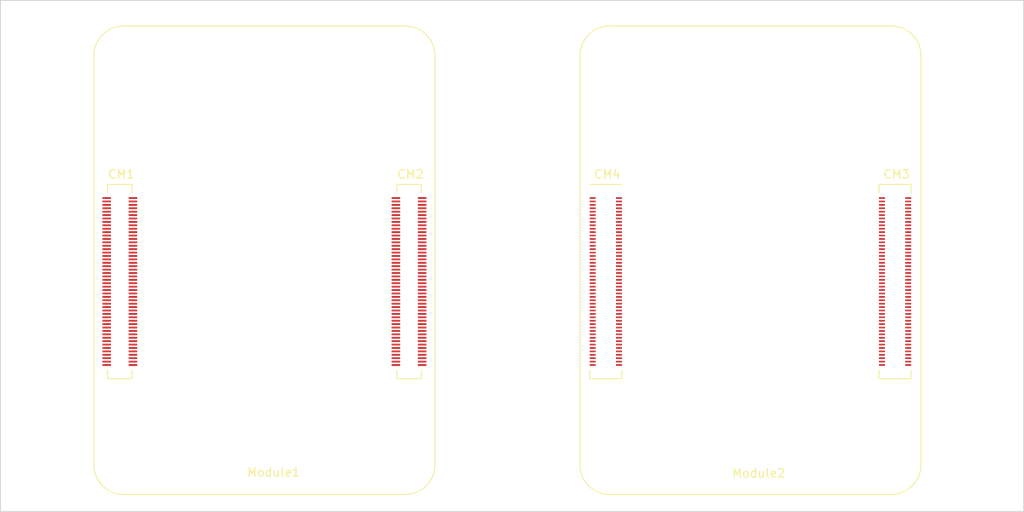
<source format=kicad_pcb>
(kicad_pcb (version 20210424) (generator pcbnew)
  (layers (0 "F.Cu" signal) (31 "B.Cu" signal) (34 "B.Paste" user) (35 "F.Paste" user) (36 "B.SilkS" user "B.Silkscreen") (37 "F.SilkS" user "F.Silkscreen") (38 "B.Mask" user) (39 "F.Mask" user) (44 "Edge.Cuts" user))
  (net 0 "")
  (footprint "AP3000:Hirose-DF40C-100DS-0.4V" (layer "F.Cu") (at 117.92 103)
    (fp_text reference "CM2" (at 0.17 -12.59) (layer "F.SilkS"))
    (fp_text value "RaspberryPiCM4Hirose")
  )
  (footprint "AP3000:Hirose-DF40C-100DS-0.4V" (layer "F.Cu") (at 84 103)
    (fp_text reference "CM1" (at 0.17 -12.59) (layer "F.SilkS"))
    (fp_text value "RaspberryPiCM4Hirose")
  )
  (footprint "AP3000:Hirose-DF40C-100DS-0.4V" (layer "F.Cu") (at 141 103)
    (fp_text reference "CM4" (at 0.17 -12.59) (layer "F.SilkS"))
    (fp_text value "RaspberryPiCM4Hirose")
  )
  (footprint "AP3000:Raspberry-Pi-4-Compute-Module" (layer "F.Cu") (at 84 103)
    (fp_text reference "Module1" (at 18.04 22.39) (layer "F.SilkS"))
    (fp_text value "ComputeModule4-CM4")
    (fp_line (start -3.04 -26.5) (end -3.04 21.5) (layer "F.SilkS") (width 0.12))
    (fp_line (start 35.35 11.4) (end 35.35 10.4) (layer "F.SilkS") (width 0.12))
    (fp_line (start 1.43 11.4) (end 1.43 10.4) (layer "F.SilkS") (width 0.12))
    (fp_line (start -1.43 11.4) (end -1.43 10.4) (layer "F.SilkS") (width 0.12))
    (fp_line (start 33.46 -30) (end 0.46 -30) (layer "F.SilkS") (width 0.12))
    (fp_line (start 32.49 11.4) (end 35.35 11.4) (layer "F.SilkS") (width 0.12))
    (fp_line (start -1.43 -11.4) (end 1.43 -11.4) (layer "F.SilkS") (width 0.12))
    (fp_line (start -1.43 11.4) (end 1.43 11.4) (layer "F.SilkS") (width 0.12))
    (fp_line (start 0.46 25) (end 33.46 25) (layer "F.SilkS") (width 0.12))
    (fp_line (start 32.49 -11.4) (end 35.35 -11.4) (layer "F.SilkS") (width 0.12))
    (fp_line (start 32.49 11.4) (end 32.49 10.4) (layer "F.SilkS") (width 0.12))
    (fp_line (start -1.43 -10.4) (end -1.43 -11.4) (layer "F.SilkS") (width 0.12))
    (fp_line (start 36.96 21.5) (end 36.96 -26.5) (layer "F.SilkS") (width 0.12))
    (fp_line (start 35.35 -11.4) (end 35.35 -10.4) (layer "F.SilkS") (width 0.12))
    (fp_line (start 32.49 -11.4) (end 32.49 -10.4) (layer "F.SilkS") (width 0.12))
    (fp_line (start 1.43 -10.4) (end 1.43 -11.4) (layer "F.SilkS") (width 0.12))
    (fp_arc (start 0.46 -26.5) (end 0.46 -30) (angle -90) (layer "F.SilkS") (width 0.12))
    (fp_arc (start 33.46 -26.5) (end 36.96 -26.5) (angle -90) (layer "F.SilkS") (width 0.12))
    (fp_arc (start 33.46 21.5) (end 33.46 25) (angle -90) (layer "F.SilkS") (width 0.12))
    (fp_arc (start 0.46 21.5) (end -3.04 21.5) (angle -90) (layer "F.SilkS") (width 0.12))
    (pad "" np_thru_hole circle locked (at 33.46 21.5) (size 2.7 2.7) (drill 2.7) (layers *.Cu *.Mask) (clearance 1.7))
    (pad "" np_thru_hole circle locked (at 33.46 -26.5) (size 2.7 2.7) (drill 2.7) (layers *.Cu *.Mask) (clearance 1.7))
    (pad "" np_thru_hole circle locked (at 0.46 -26.5) (size 2.7 2.7) (drill 2.7) (layers *.Cu *.Mask) (clearance 1.7))
    (pad "" np_thru_hole circle locked (at 0.46 21.5) (size 2.7 2.7) (drill 2.7) (layers *.Cu *.Mask) (clearance 1.7))
    (pad "1" smd rect locked (at -1.54 -9.8 270) (size 0.22 1) (layers "F.Cu" "F.Paste" "F.Mask"))
    (pad "2" smd rect locked (at 1.54 -9.8 270) (size 0.22 1) (layers "F.Cu" "F.Paste" "F.Mask"))
    (pad "3" smd rect locked (at -1.54 -9.4 270) (size 0.22 1) (layers "F.Cu" "F.Paste" "F.Mask"))
    (pad "4" smd rect locked (at 1.54 -9.4 270) (size 0.22 1) (layers "F.Cu" "F.Paste" "F.Mask"))
    (pad "5" smd rect locked (at -1.54 -9 270) (size 0.22 1) (layers "F.Cu" "F.Paste" "F.Mask"))
    (pad "6" smd rect locked (at 1.54 -9 270) (size 0.22 1) (layers "F.Cu" "F.Paste" "F.Mask"))
    (pad "7" smd rect locked (at -1.54 -8.6 270) (size 0.22 1) (layers "F.Cu" "F.Paste" "F.Mask"))
    (pad "8" smd rect locked (at 1.54 -8.6 270) (size 0.22 1) (layers "F.Cu" "F.Paste" "F.Mask"))
    (pad "9" smd rect locked (at -1.54 -8.2 270) (size 0.22 1) (layers "F.Cu" "F.Paste" "F.Mask"))
    (pad "10" smd rect locked (at 1.54 -8.2 270) (size 0.22 1) (layers "F.Cu" "F.Paste" "F.Mask"))
    (pad "11" smd rect locked (at -1.54 -7.8 270) (size 0.22 1) (layers "F.Cu" "F.Paste" "F.Mask"))
    (pad "12" smd rect locked (at 1.54 -7.8 270) (size 0.22 1) (layers "F.Cu" "F.Paste" "F.Mask"))
    (pad "13" smd rect locked (at -1.54 -7.4 270) (size 0.22 1) (layers "F.Cu" "F.Paste" "F.Mask"))
    (pad "14" smd rect locked (at 1.54 -7.4 270) (size 0.22 1) (layers "F.Cu" "F.Paste" "F.Mask"))
    (pad "15" smd rect locked (at -1.54 -7 270) (size 0.22 1) (layers "F.Cu" "F.Paste" "F.Mask"))
    (pad "16" smd rect locked (at 1.54 -7 270) (size 0.22 1) (layers "F.Cu" "F.Paste" "F.Mask"))
    (pad "17" smd rect locked (at -1.54 -6.6 270) (size 0.22 1) (layers "F.Cu" "F.Paste" "F.Mask"))
    (pad "18" smd rect locked (at 1.54 -6.6 270) (size 0.22 1) (layers "F.Cu" "F.Paste" "F.Mask"))
    (pad "19" smd rect locked (at -1.54 -6.2 270) (size 0.22 1) (layers "F.Cu" "F.Paste" "F.Mask"))
    (pad "20" smd rect locked (at 1.54 -6.2 270) (size 0.22 1) (layers "F.Cu" "F.Paste" "F.Mask"))
    (pad "21" smd rect locked (at -1.54 -5.8 270) (size 0.22 1) (layers "F.Cu" "F.Paste" "F.Mask"))
    (pad "22" smd rect locked (at 1.54 -5.8 270) (size 0.22 1) (layers "F.Cu" "F.Paste" "F.Mask"))
    (pad "23" smd rect locked (at -1.54 -5.4 270) (size 0.22 1) (layers "F.Cu" "F.Paste" "F.Mask"))
    (pad "24" smd rect locked (at 1.54 -5.4 270) (size 0.22 1) (layers "F.Cu" "F.Paste" "F.Mask"))
    (pad "25" smd rect locked (at -1.54 -5 270) (size 0.22 1) (layers "F.Cu" "F.Paste" "F.Mask"))
    (pad "26" smd rect locked (at 1.54 -5 270) (size 0.22 1) (layers "F.Cu" "F.Paste" "F.Mask"))
    (pad "27" smd rect locked (at -1.54 -4.6 270) (size 0.22 1) (layers "F.Cu" "F.Paste" "F.Mask"))
    (pad "28" smd rect locked (at 1.54 -4.6 270) (size 0.22 1) (layers "F.Cu" "F.Paste" "F.Mask"))
    (pad "29" smd rect locked (at -1.54 -4.2 270) (size 0.22 1) (layers "F.Cu" "F.Paste" "F.Mask"))
    (pad "30" smd rect locked (at 1.54 -4.2 270) (size 0.22 1) (layers "F.Cu" "F.Paste" "F.Mask"))
    (pad "31" smd rect locked (at -1.54 -3.8 270) (size 0.22 1) (layers "F.Cu" "F.Paste" "F.Mask"))
    (pad "32" smd rect locked (at 1.54 -3.8 270) (size 0.22 1) (layers "F.Cu" "F.Paste" "F.Mask"))
    (pad "33" smd rect locked (at -1.54 -3.4 270) (size 0.22 1) (layers "F.Cu" "F.Paste" "F.Mask"))
    (pad "34" smd rect locked (at 1.54 -3.4 270) (size 0.22 1) (layers "F.Cu" "F.Paste" "F.Mask"))
    (pad "35" smd rect locked (at -1.54 -3 270) (size 0.22 1) (layers "F.Cu" "F.Paste" "F.Mask"))
    (pad "36" smd rect locked (at 1.54 -3 270) (size 0.22 1) (layers "F.Cu" "F.Paste" "F.Mask"))
    (pad "37" smd rect locked (at -1.54 -2.6 270) (size 0.22 1) (layers "F.Cu" "F.Paste" "F.Mask"))
    (pad "38" smd rect locked (at 1.54 -2.6 270) (size 0.22 1) (layers "F.Cu" "F.Paste" "F.Mask"))
    (pad "39" smd rect locked (at -1.54 -2.2 270) (size 0.22 1) (layers "F.Cu" "F.Paste" "F.Mask"))
    (pad "40" smd rect locked (at 1.54 -2.2 270) (size 0.22 1) (layers "F.Cu" "F.Paste" "F.Mask"))
    (pad "41" smd rect locked (at -1.54 -1.8 270) (size 0.22 1) (layers "F.Cu" "F.Paste" "F.Mask"))
    (pad "42" smd rect locked (at 1.54 -1.8 270) (size 0.22 1) (layers "F.Cu" "F.Paste" "F.Mask"))
    (pad "43" smd rect locked (at -1.54 -1.4 270) (size 0.22 1) (layers "F.Cu" "F.Paste" "F.Mask"))
    (pad "44" smd rect locked (at 1.54 -1.4 270) (size 0.22 1) (layers "F.Cu" "F.Paste" "F.Mask"))
    (pad "45" smd rect locked (at -1.54 -1 270) (size 0.22 1) (layers "F.Cu" "F.Paste" "F.Mask"))
    (pad "46" smd rect locked (at 1.54 -1 270) (size 0.22 1) (layers "F.Cu" "F.Paste" "F.Mask"))
    (pad "47" smd rect locked (at -1.54 -0.6 270) (size 0.22 1) (layers "F.Cu" "F.Paste" "F.Mask"))
    (pad "48" smd rect locked (at 1.54 -0.6 270) (size 0.22 1) (layers "F.Cu" "F.Paste" "F.Mask"))
    (pad "49" smd rect locked (at -1.54 -0.2 270) (size 0.22 1) (layers "F.Cu" "F.Paste" "F.Mask"))
    (pad "50" smd rect locked (at 1.54 -0.2 270) (size 0.22 1) (layers "F.Cu" "F.Paste" "F.Mask"))
    (pad "51" smd rect locked (at -1.54 0.2 270) (size 0.22 1) (layers "F.Cu" "F.Paste" "F.Mask"))
    (pad "52" smd rect locked (at 1.54 0.2 270) (size 0.22 1) (layers "F.Cu" "F.Paste" "F.Mask"))
    (pad "53" smd rect locked (at -1.54 0.6 270) (size 0.22 1) (layers "F.Cu" "F.Paste" "F.Mask"))
    (pad "54" smd rect locked (at 1.54 0.6 270) (size 0.22 1) (layers "F.Cu" "F.Paste" "F.Mask"))
    (pad "55" smd rect locked (at -1.54 1 270) (size 0.22 1) (layers "F.Cu" "F.Paste" "F.Mask"))
    (pad "56" smd rect locked (at 1.54 1 270) (size 0.22 1) (layers "F.Cu" "F.Paste" "F.Mask"))
    (pad "57" smd rect locked (at -1.54 1.4 270) (size 0.22 1) (layers "F.Cu" "F.Paste" "F.Mask"))
    (pad "58" smd rect locked (at 1.54 1.4 270) (size 0.22 1) (layers "F.Cu" "F.Paste" "F.Mask"))
    (pad "59" smd rect locked (at -1.54 1.8 270) (size 0.22 1) (layers "F.Cu" "F.Paste" "F.Mask"))
    (pad "60" smd rect locked (at 1.54 1.8 270) (size 0.22 1) (layers "F.Cu" "F.Paste" "F.Mask"))
    (pad "61" smd rect locked (at -1.54 2.2 270) (size 0.22 1) (layers "F.Cu" "F.Paste" "F.Mask"))
    (pad "62" smd rect locked (at 1.54 2.2 270) (size 0.22 1) (layers "F.Cu" "F.Paste" "F.Mask"))
    (pad "63" smd rect locked (at -1.54 2.6 270) (size 0.22 1) (layers "F.Cu" "F.Paste" "F.Mask"))
    (pad "64" smd rect locked (at 1.54 2.6 270) (size 0.22 1) (layers "F.Cu" "F.Paste" "F.Mask"))
    (pad "65" smd rect locked (at -1.54 3 270) (size 0.22 1) (layers "F.Cu" "F.Paste" "F.Mask"))
    (pad "66" smd rect locked (at 1.54 3 270) (size 0.22 1) (layers "F.Cu" "F.Paste" "F.Mask"))
    (pad "67" smd rect locked (at -1.54 3.4 270) (size 0.22 1) (layers "F.Cu" "F.Paste" "F.Mask"))
    (pad "68" smd rect locked (at 1.54 3.4 270) (size 0.22 1) (layers "F.Cu" "F.Paste" "F.Mask"))
    (pad "69" smd rect locked (at -1.54 3.8 270) (size 0.22 1) (layers "F.Cu" "F.Paste" "F.Mask"))
    (pad "70" smd rect locked (at 1.54 3.8 270) (size 0.22 1) (layers "F.Cu" "F.Paste" "F.Mask"))
    (pad "71" smd rect locked (at -1.54 4.2 270) (size 0.22 1) (layers "F.Cu" "F.Paste" "F.Mask"))
    (pad "72" smd rect locked (at 1.54 4.2 270) (size 0.22 1) (layers "F.Cu" "F.Paste" "F.Mask"))
    (pad "73" smd rect locked (at -1.54 4.6 270) (size 0.22 1) (layers "F.Cu" "F.Paste" "F.Mask"))
    (pad "74" smd rect locked (at 1.54 4.6 270) (size 0.22 1) (layers "F.Cu" "F.Paste" "F.Mask"))
    (pad "75" smd rect locked (at -1.54 5 270) (size 0.22 1) (layers "F.Cu" "F.Paste" "F.Mask"))
    (pad "76" smd rect locked (at 1.54 5 270) (size 0.22 1) (layers "F.Cu" "F.Paste" "F.Mask"))
    (pad "77" smd rect locked (at -1.54 5.4 270) (size 0.22 1) (layers "F.Cu" "F.Paste" "F.Mask"))
    (pad "78" smd rect locked (at 1.54 5.4 270) (size 0.22 1) (layers "F.Cu" "F.Paste" "F.Mask"))
    (pad "79" smd rect locked (at -1.54 5.8 270) (size 0.22 1) (layers "F.Cu" "F.Paste" "F.Mask"))
    (pad "80" smd rect locked (at 1.54 5.8 270) (size 0.22 1) (layers "F.Cu" "F.Paste" "F.Mask"))
    (pad "81" smd rect locked (at -1.54 6.2 270) (size 0.22 1) (layers "F.Cu" "F.Paste" "F.Mask"))
    (pad "82" smd rect locked (at 1.54 6.2 270) (size 0.22 1) (layers "F.Cu" "F.Paste" "F.Mask"))
    (pad "83" smd rect locked (at -1.54 6.6 270) (size 0.22 1) (layers "F.Cu" "F.Paste" "F.Mask"))
    (pad "84" smd rect locked (at 1.54 6.6 270) (size 0.22 1) (layers "F.Cu" "F.Paste" "F.Mask"))
    (pad "85" smd rect locked (at -1.54 7 270) (size 0.22 1) (layers "F.Cu" "F.Paste" "F.Mask"))
    (pad "86" smd rect locked (at 1.54 7 270) (size 0.22 1) (layers "F.Cu" "F.Paste" "F.Mask"))
    (pad "87" smd rect locked (at -1.54 7.4 270) (size 0.22 1) (layers "F.Cu" "F.Paste" "F.Mask"))
    (pad "88" smd rect locked (at 1.54 7.4 270) (size 0.22 1) (layers "F.Cu" "F.Paste" "F.Mask"))
    (pad "89" smd rect locked (at -1.54 7.8 270) (size 0.22 1) (layers "F.Cu" "F.Paste" "F.Mask"))
    (pad "90" smd rect locked (at 1.54 7.8 270) (size 0.22 1) (layers "F.Cu" "F.Paste" "F.Mask"))
    (pad "91" smd rect locked (at -1.54 8.2 270) (size 0.22 1) (layers "F.Cu" "F.Paste" "F.Mask"))
    (pad "92" smd rect locked (at 1.54 8.2 270) (size 0.22 1) (layers "F.Cu" "F.Paste" "F.Mask"))
    (pad "93" smd rect locked (at -1.54 8.6 270) (size 0.22 1) (layers "F.Cu" "F.Paste" "F.Mask"))
    (pad "94" smd rect locked (at 1.54 8.6 270) (size 0.22 1) (layers "F.Cu" "F.Paste" "F.Mask"))
    (pad "95" smd rect locked (at -1.54 9 270) (size 0.22 1) (layers "F.Cu" "F.Paste" "F.Mask"))
    (pad "96" smd rect locked (at 1.54 9 270) (size 0.22 1) (layers "F.Cu" "F.Paste" "F.Mask"))
    (pad "97" smd rect locked (at -1.54 9.4 270) (size 0.22 1) (layers "F.Cu" "F.Paste" "F.Mask"))
    (pad "98" smd rect locked (at 1.54 9.4 270) (size 0.22 1) (layers "F.Cu" "F.Paste" "F.Mask"))
    (pad "99" smd rect locked (at -1.54 9.8 270) (size 0.22 1) (layers "F.Cu" "F.Paste" "F.Mask"))
    (pad "100" smd rect locked (at 1.54 9.8 270) (size 0.22 1) (layers "F.Cu" "F.Paste" "F.Mask"))
    (pad "101" smd rect locked (at 32.38 -9.8 270) (size 0.22 1) (layers "F.Cu" "F.Paste" "F.Mask"))
    (pad "102" smd rect locked (at 35.46 -9.8 270) (size 0.22 1) (layers "F.Cu" "F.Paste" "F.Mask"))
    (pad "103" smd rect locked (at 32.38 -9.4 270) (size 0.22 1) (layers "F.Cu" "F.Paste" "F.Mask"))
    (pad "104" smd rect locked (at 35.46 -9.4 270) (size 0.22 1) (layers "F.Cu" "F.Paste" "F.Mask"))
    (pad "105" smd rect locked (at 32.38 -9 270) (size 0.22 1) (layers "F.Cu" "F.Paste" "F.Mask"))
    (pad "106" smd rect locked (at 35.46 -9 270) (size 0.22 1) (layers "F.Cu" "F.Paste" "F.Mask"))
    (pad "107" smd rect locked (at 32.38 -8.6 270) (size 0.22 1) (layers "F.Cu" "F.Paste" "F.Mask"))
    (pad "108" smd rect locked (at 35.46 -8.6 270) (size 0.22 1) (layers "F.Cu" "F.Paste" "F.Mask"))
    (pad "109" smd rect locked (at 32.38 -8.2 270) (size 0.22 1) (layers "F.Cu" "F.Paste" "F.Mask"))
    (pad "110" smd rect locked (at 35.46 -8.2 270) (size 0.22 1) (layers "F.Cu" "F.Paste" "F.Mask"))
    (pad "111" smd rect locked (at 32.38 -7.8 270) (size 0.22 1) (layers "F.Cu" "F.Paste" "F.Mask"))
    (pad "112" smd rect locked (at 35.46 -7.8 270) (size 0.22 1) (layers "F.Cu" "F.Paste" "F.Mask"))
    (pad "113" smd rect locked (at 32.38 -7.4 270) (size 0.22 1) (layers "F.Cu" "F.Paste" "F.Mask"))
    (pad "114" smd rect locked (at 35.46 -7.4 270) (size 0.22 1) (layers "F.Cu" "F.Paste" "F.Mask"))
    (pad "115" smd rect locked (at 32.38 -7 270) (size 0.22 1) (layers "F.Cu" "F.Paste" "F.Mask"))
    (pad "116" smd rect locked (at 35.46 -7 270) (size 0.22 1) (layers "F.Cu" "F.Paste" "F.Mask"))
    (pad "117" smd rect locked (at 32.38 -6.6 270) (size 0.22 1) (layers "F.Cu" "F.Paste" "F.Mask"))
    (pad "118" smd rect locked (at 35.46 -6.6 270) (size 0.22 1) (layers "F.Cu" "F.Paste" "F.Mask"))
    (pad "119" smd rect locked (at 32.38 -6.2 270) (size 0.22 1) (layers "F.Cu" "F.Paste" "F.Mask"))
    (pad "120" smd rect locked (at 35.46 -6.2 270) (size 0.22 1) (layers "F.Cu" "F.Paste" "F.Mask"))
    (pad "121" smd rect locked (at 32.38 -5.8 270) (size 0.22 1) (layers "F.Cu" "F.Paste" "F.Mask"))
    (pad "122" smd rect locked (at 35.46 -5.8 270) (size 0.22 1) (layers "F.Cu" "F.Paste" "F.Mask"))
    (pad "123" smd rect locked (at 32.38 -5.4 270) (size 0.22 1) (layers "F.Cu" "F.Paste" "F.Mask"))
    (pad "124" smd rect locked (at 35.46 -5.4 270) (size 0.22 1) (layers "F.Cu" "F.Paste" "F.Mask"))
    (pad "125" smd rect locked (at 32.38 -5 270) (size 0.22 1) (layers "F.Cu" "F.Paste" "F.Mask"))
    (pad "126" smd rect locked (at 35.46 -5 270) (size 0.22 1) (layers "F.Cu" "F.Paste" "F.Mask"))
    (pad "127" smd rect locked (at 32.38 -4.6 270) (size 0.22 1) (layers "F.Cu" "F.Paste" "F.Mask"))
    (pad "128" smd rect locked (at 35.46 -4.6 270) (size 0.22 1) (layers "F.Cu" "F.Paste" "F.Mask"))
    (pad "129" smd rect locked (at 32.38 -4.2 270) (size 0.22 1) (layers "F.Cu" "F.Paste" "F.Mask"))
    (pad "130" smd rect locked (at 35.46 -4.2 270) (size 0.22 1) (layers "F.Cu" "F.Paste" "F.Mask"))
    (pad "131" smd rect locked (at 32.38 -3.8 270) (size 0.22 1) (layers "F.Cu" "F.Paste" "F.Mask"))
    (pad "132" smd rect locked (at 35.46 -3.8 270) (size 0.22 1) (layers "F.Cu" "F.Paste" "F.Mask"))
    (pad "133" smd rect locked (at 32.38 -3.4 270) (size 0.22 1) (layers "F.Cu" "F.Paste" "F.Mask"))
    (pad "134" smd rect locked (at 35.46 -3.4 270) (size 0.22 1) (layers "F.Cu" "F.Paste" "F.Mask"))
    (pad "135" smd rect locked (at 32.38 -3 270) (size 0.22 1) (layers "F.Cu" "F.Paste" "F.Mask"))
    (pad "136" smd rect locked (at 35.46 -3 270) (size 0.22 1) (layers "F.Cu" "F.Paste" "F.Mask"))
    (pad "137" smd rect locked (at 32.38 -2.6 270) (size 0.22 1) (layers "F.Cu" "F.Paste" "F.Mask"))
    (pad "138" smd rect locked (at 35.46 -2.6 270) (size 0.22 1) (layers "F.Cu" "F.Paste" "F.Mask"))
    (pad "139" smd rect locked (at 32.38 -2.2 270) (size 0.22 1) (layers "F.Cu" "F.Paste" "F.Mask"))
    (pad "140" smd rect locked (at 35.46 -2.2 270) (size 0.22 1) (layers "F.Cu" "F.Paste" "F.Mask"))
    (pad "141" smd rect locked (at 32.38 -1.8 270) (size 0.22 1) (layers "F.Cu" "F.Paste" "F.Mask"))
    (pad "142" smd rect locked (at 35.46 -1.8 270) (size 0.22 1) (layers "F.Cu" "F.Paste" "F.Mask"))
    (pad "143" smd rect locked (at 32.38 -1.4 270) (size 0.22 1) (layers "F.Cu" "F.Paste" "F.Mask"))
    (pad "144" smd rect locked (at 35.46 -1.4 270) (size 0.22 1) (layers "F.Cu" "F.Paste" "F.Mask"))
    (pad "145" smd rect locked (at 32.38 -1 270) (size 0.22 1) (layers "F.Cu" "F.Paste" "F.Mask"))
    (pad "146" smd rect locked (at 35.46 -1 270) (size 0.22 1) (layers "F.Cu" "F.Paste" "F.Mask"))
    (pad "147" smd rect locked (at 32.38 -0.6 270) (size 0.22 1) (layers "F.Cu" "F.Paste" "F.Mask"))
    (pad "148" smd rect locked (at 35.46 -0.6 270) (size 0.22 1) (layers "F.Cu" "F.Paste" "F.Mask"))
    (pad "149" smd rect locked (at 32.38 -0.2 270) (size 0.22 1) (layers "F.Cu" "F.Paste" "F.Mask"))
    (pad "150" smd rect locked (at 35.46 -0.2 270) (size 0.22 1) (layers "F.Cu" "F.Paste" "F.Mask"))
    (pad "151" smd rect locked (at 32.38 0.2 270) (size 0.22 1) (layers "F.Cu" "F.Paste" "F.Mask"))
    (pad "152" smd rect locked (at 35.46 0.2 270) (size 0.22 1) (layers "F.Cu" "F.Paste" "F.Mask"))
    (pad "153" smd rect locked (at 32.38 0.6 270) (size 0.22 1) (layers "F.Cu" "F.Paste" "F.Mask"))
    (pad "154" smd rect locked (at 35.46 0.6 270) (size 0.22 1) (layers "F.Cu" "F.Paste" "F.Mask"))
    (pad "155" smd rect locked (at 32.38 1 270) (size 0.22 1) (layers "F.Cu" "F.Paste" "F.Mask"))
    (pad "156" smd rect locked (at 35.46 1 270) (size 0.22 1) (layers "F.Cu" "F.Paste" "F.Mask"))
    (pad "157" smd rect locked (at 32.38 1.4 270) (size 0.22 1) (layers "F.Cu" "F.Paste" "F.Mask"))
    (pad "158" smd rect locked (at 35.46 1.4 270) (size 0.22 1) (layers "F.Cu" "F.Paste" "F.Mask"))
    (pad "159" smd rect locked (at 32.38 1.8 270) (size 0.22 1) (layers "F.Cu" "F.Paste" "F.Mask"))
    (pad "160" smd rect locked (at 35.46 1.8 270) (size 0.22 1) (layers "F.Cu" "F.Paste" "F.Mask"))
    (pad "161" smd rect locked (at 32.38 2.2 270) (size 0.22 1) (layers "F.Cu" "F.Paste" "F.Mask"))
    (pad "162" smd rect locked (at 35.46 2.2 270) (size 0.22 1) (layers "F.Cu" "F.Paste" "F.Mask"))
    (pad "163" smd rect locked (at 32.38 2.6 270) (size 0.22 1) (layers "F.Cu" "F.Paste" "F.Mask"))
    (pad "164" smd rect locked (at 35.46 2.6 270) (size 0.22 1) (layers "F.Cu" "F.Paste" "F.Mask"))
    (pad "165" smd rect locked (at 32.38 3 270) (size 0.22 1) (layers "F.Cu" "F.Paste" "F.Mask"))
    (pad "166" smd rect locked (at 35.46 3 270) (size 0.22 1) (layers "F.Cu" "F.Paste" "F.Mask"))
    (pad "167" smd rect locked (at 32.38 3.4 270) (size 0.22 1) (layers "F.Cu" "F.Paste" "F.Mask"))
    (pad "168" smd rect locked (at 35.46 3.4 270) (size 0.22 1) (layers "F.Cu" "F.Paste" "F.Mask"))
    (pad "169" smd rect locked (at 32.38 3.8 270) (size 0.22 1) (layers "F.Cu" "F.Paste" "F.Mask"))
    (pad "170" smd rect locked (at 35.46 3.8 270) (size 0.22 1) (layers "F.Cu" "F.Paste" "F.Mask"))
    (pad "171" smd rect locked (at 32.38 4.2 270) (size 0.22 1) (layers "F.Cu" "F.Paste" "F.Mask"))
    (pad "172" smd rect locked (at 35.46 4.2 270) (size 0.22 1) (layers "F.Cu" "F.Paste" "F.Mask"))
    (pad "173" smd rect locked (at 32.38 4.6 270) (size 0.22 1) (layers "F.Cu" "F.Paste" "F.Mask"))
    (pad "174" smd rect locked (at 35.46 4.6 270) (size 0.22 1) (layers "F.Cu" "F.Paste" "F.Mask"))
    (pad "175" smd rect locked (at 32.38 5 270) (size 0.22 1) (layers "F.Cu" "F.Paste" "F.Mask"))
    (pad "176" smd rect locked (at 35.46 5 270) (size 0.22 1) (layers "F.Cu" "F.Paste" "F.Mask"))
    (pad "177" smd rect locked (at 32.38 5.4 270) (size 0.22 1) (layers "F.Cu" "F.Paste" "F.Mask"))
    (pad "178" smd rect locked (at 35.46 5.4 270) (size 0.22 1) (layers "F.Cu" "F.Paste" "F.Mask"))
    (pad "179" smd rect locked (at 32.38 5.8 270) (size 0.22 1) (layers "F.Cu" "F.Paste" "F.Mask"))
    (pad "180" smd rect locked (at 35.46 5.8 270) (size 0.22 1) (layers "F.Cu" "F.Paste" "F.Mask"))
    (pad "181" smd rect locked (at 32.38 6.2 270) (size 0.22 1) (layers "F.Cu" "F.Paste" "F.Mask"))
    (pad "182" smd rect locked (at 35.46 6.2 270) (size 0.22 1) (layers "F.Cu" "F.Paste" "F.Mask"))
    (pad "183" smd rect locked (at 32.38 6.6 270) (size 0.22 1) (layers "F.Cu" "F.Paste" "F.Mask"))
    (pad "184" smd rect locked (at 35.46 6.6 270) (size 0.22 1) (layers "F.Cu" "F.Paste" "F.Mask"))
    (pad "185" smd rect locked (at 32.38 7 270) (size 0.22 1) (layers "F.Cu" "F.Paste" "F.Mask"))
    (pad "186" smd rect locked (at 35.46 7 270) (size 0.22 1) (layers "F.Cu" "F.Paste" "F.Mask"))
    (pad "187" smd rect locked (at 32.38 7.4 270) (size 0.22 1) (layers "F.Cu" "F.Paste" "F.Mask"))
    (pad "188" smd rect locked (at 35.46 7.4 270) (size 0.22 1) (layers "F.Cu" "F.Paste" "F.Mask"))
    (pad "189" smd rect locked (at 32.38 7.8 270) (size 0.22 1) (layers "F.Cu" "F.Paste" "F.Mask"))
    (pad "190" smd rect locked (at 35.46 7.8 270) (size 0.22 1) (layers "F.Cu" "F.Paste" "F.Mask"))
    (pad "191" smd rect locked (at 32.38 8.2 270) (size 0.22 1) (layers "F.Cu" "F.Paste" "F.Mask"))
    (pad "192" smd rect locked (at 35.46 8.2 270) (size 0.22 1) (layers "F.Cu" "F.Paste" "F.Mask"))
    (pad "193" smd rect locked (at 32.38 8.6 270) (size 0.22 1) (layers "F.Cu" "F.Paste" "F.Mask"))
    (pad "194" smd rect locked (at 35.46 8.6 270) (size 0.22 1) (layers "F.Cu" "F.Paste" "F.Mask"))
    (pad "195" smd rect locked (at 32.38 9 270) (size 0.22 1) (layers "F.Cu" "F.Paste" "F.Mask"))
    (pad "196" smd rect locked (at 35.46 9 270) (size 0.22 1) (layers "F.Cu" "F.Paste" "F.Mask"))
    (pad "197" smd rect locked (at 32.38 9.4 270) (size 0.22 1) (layers "F.Cu" "F.Paste" "F.Mask"))
    (pad "198" smd rect locked (at 35.46 9.4 270) (size 0.22 1) (layers "F.Cu" "F.Paste" "F.Mask"))
    (pad "199" smd rect locked (at 32.38 9.8 270) (size 0.22 1) (layers "F.Cu" "F.Paste" "F.Mask"))
    (pad "200" smd rect locked (at 35.46 9.8 270) (size 0.22 1) (layers "F.Cu" "F.Paste" "F.Mask"))
  )
  (footprint "AP3000:Hirose-DF40C-100DS-0.4V" (layer "F.Cu") (at 174.92 103)
    (fp_text reference "CM3" (at 0.17 -12.59) (layer "F.SilkS"))
    (fp_text value "RaspberryPiCM4Hirose")
  )
  (footprint "CM4IO:Raspberry-Pi-4-Compute-Module" (layer "F.Cu") (at 141.46 124.5)
    (fp_text reference "Module2" (at 17.47 1) (layer "F.SilkS"))
    (fp_text value "ComputeModule4-CM4")
    (fp_line (start 35.35 -10.1) (end 35.35 -11.1) (layer "F.SilkS") (width 0.12))
    (fp_line (start 31.57 -10.1) (end 35.35 -10.1) (layer "F.SilkS") (width 0.12))
    (fp_line (start 0 3.5) (end 33 3.5) (layer "F.SilkS") (width 0.12))
    (fp_line (start 35.35 -32.9) (end 35.35 -31.9) (layer "F.SilkS") (width 0.12))
    (fp_line (start 31.57 -32.9) (end 31.57 -31.9) (layer "F.SilkS") (width 0.12))
    (fp_line (start 36.5 0) (end 36.5 -48) (layer "F.SilkS") (width 0.12))
    (fp_line (start 33 -51.5) (end 0 -51.5) (layer "F.SilkS") (width 0.12))
    (fp_line (start -2.35 -32.9) (end 1.43 -32.9) (layer "F.SilkS") (width 0.12))
    (fp_line (start -2.35 -10.1) (end -2.35 -11.1) (layer "F.SilkS") (width 0.12))
    (fp_line (start -2.35 -10.1) (end 1.43 -10.1) (layer "F.SilkS") (width 0.12))
    (fp_line (start 31.57 -32.9) (end 35.35 -32.9) (layer "F.SilkS") (width 0.12))
    (fp_line (start 31.57 -10.1) (end 31.57 -11.1) (layer "F.SilkS") (width 0.12))
    (fp_line (start 1.43 -10.1) (end 1.43 -11.1) (layer "F.SilkS") (width 0.12))
    (fp_line (start -3.5 -48) (end -3.5 0) (layer "F.SilkS") (width 0.12))
    (fp_arc (start 33 -48) (end 36.5 -48) (angle -90) (layer "F.SilkS") (width 0.12))
    (fp_arc (start 33 0) (end 33 3.5) (angle -90) (layer "F.SilkS") (width 0.12))
    (fp_arc (start 0 0) (end -3.5 0) (angle -90) (layer "F.SilkS") (width 0.12))
    (fp_arc (start 0 -48) (end 0 -51.5) (angle -90) (layer "F.SilkS") (width 0.12))
    (pad "" np_thru_hole circle locked (at 33 0) (size 2.7 2.7) (drill 2.7) (layers *.Cu *.Mask) (clearance 1.7))
    (pad "" np_thru_hole circle locked (at 0 0) (size 2.7 2.7) (drill 2.7) (layers *.Cu *.Mask) (clearance 1.7))
    (pad "" np_thru_hole circle locked (at 33 -48) (size 2.7 2.7) (drill 2.7) (layers *.Cu *.Mask) (clearance 1.7))
    (pad "" np_thru_hole circle locked (at 0 -48) (size 2.7 2.7) (drill 2.7) (layers *.Cu *.Mask) (clearance 1.7))
    (pad "1" smd rect locked (at -2 -31.3 270) (size 0.2 0.7) (layers "F.Cu" "F.Paste" "F.Mask"))
    (pad "2" smd rect locked (at 1.08 -31.3 270) (size 0.2 0.7) (layers "F.Cu" "F.Paste" "F.Mask"))
    (pad "3" smd rect locked (at -2 -30.9 270) (size 0.2 0.7) (layers "F.Cu" "F.Paste" "F.Mask"))
    (pad "4" smd rect locked (at 1.08 -30.9 270) (size 0.2 0.7) (layers "F.Cu" "F.Paste" "F.Mask"))
    (pad "5" smd rect locked (at -2 -30.5 270) (size 0.2 0.7) (layers "F.Cu" "F.Paste" "F.Mask"))
    (pad "6" smd rect locked (at 1.08 -30.5 270) (size 0.2 0.7) (layers "F.Cu" "F.Paste" "F.Mask"))
    (pad "7" smd rect locked (at -2 -30.1 270) (size 0.2 0.7) (layers "F.Cu" "F.Paste" "F.Mask"))
    (pad "8" smd rect locked (at 1.08 -30.1 270) (size 0.2 0.7) (layers "F.Cu" "F.Paste" "F.Mask"))
    (pad "9" smd rect locked (at -2 -29.7 270) (size 0.2 0.7) (layers "F.Cu" "F.Paste" "F.Mask"))
    (pad "10" smd rect locked (at 1.08 -29.7 270) (size 0.2 0.7) (layers "F.Cu" "F.Paste" "F.Mask"))
    (pad "11" smd rect locked (at -2 -29.3 270) (size 0.2 0.7) (layers "F.Cu" "F.Paste" "F.Mask"))
    (pad "12" smd rect locked (at 1.08 -29.3 270) (size 0.2 0.7) (layers "F.Cu" "F.Paste" "F.Mask"))
    (pad "13" smd rect locked (at -2 -28.9 270) (size 0.2 0.7) (layers "F.Cu" "F.Paste" "F.Mask"))
    (pad "14" smd rect locked (at 1.08 -28.9 270) (size 0.2 0.7) (layers "F.Cu" "F.Paste" "F.Mask"))
    (pad "15" smd rect locked (at -2 -28.5 270) (size 0.2 0.7) (layers "F.Cu" "F.Paste" "F.Mask"))
    (pad "16" smd rect locked (at 1.08 -28.5 270) (size 0.2 0.7) (layers "F.Cu" "F.Paste" "F.Mask"))
    (pad "17" smd rect locked (at -2 -28.1 270) (size 0.2 0.7) (layers "F.Cu" "F.Paste" "F.Mask"))
    (pad "18" smd rect locked (at 1.08 -28.1 270) (size 0.2 0.7) (layers "F.Cu" "F.Paste" "F.Mask"))
    (pad "19" smd rect locked (at -2 -27.7 270) (size 0.2 0.7) (layers "F.Cu" "F.Paste" "F.Mask"))
    (pad "20" smd rect locked (at 1.08 -27.7 270) (size 0.2 0.7) (layers "F.Cu" "F.Paste" "F.Mask"))
    (pad "21" smd rect locked (at -2 -27.3 270) (size 0.2 0.7) (layers "F.Cu" "F.Paste" "F.Mask"))
    (pad "22" smd rect locked (at 1.08 -27.3 270) (size 0.2 0.7) (layers "F.Cu" "F.Paste" "F.Mask"))
    (pad "23" smd rect locked (at -2 -26.9 270) (size 0.2 0.7) (layers "F.Cu" "F.Paste" "F.Mask"))
    (pad "24" smd rect locked (at 1.08 -26.9 270) (size 0.2 0.7) (layers "F.Cu" "F.Paste" "F.Mask"))
    (pad "25" smd rect locked (at -2 -26.5 270) (size 0.2 0.7) (layers "F.Cu" "F.Paste" "F.Mask"))
    (pad "26" smd rect locked (at 1.08 -26.5 270) (size 0.2 0.7) (layers "F.Cu" "F.Paste" "F.Mask"))
    (pad "27" smd rect locked (at -2 -26.1 270) (size 0.2 0.7) (layers "F.Cu" "F.Paste" "F.Mask"))
    (pad "28" smd rect locked (at 1.08 -26.1 270) (size 0.2 0.7) (layers "F.Cu" "F.Paste" "F.Mask"))
    (pad "29" smd rect locked (at -2 -25.7 270) (size 0.2 0.7) (layers "F.Cu" "F.Paste" "F.Mask"))
    (pad "30" smd rect locked (at 1.08 -25.7 270) (size 0.2 0.7) (layers "F.Cu" "F.Paste" "F.Mask"))
    (pad "31" smd rect locked (at -2 -25.3 270) (size 0.2 0.7) (layers "F.Cu" "F.Paste" "F.Mask"))
    (pad "32" smd rect locked (at 1.08 -25.3 270) (size 0.2 0.7) (layers "F.Cu" "F.Paste" "F.Mask"))
    (pad "33" smd rect locked (at -2 -24.9 270) (size 0.2 0.7) (layers "F.Cu" "F.Paste" "F.Mask"))
    (pad "34" smd rect locked (at 1.08 -24.9 270) (size 0.2 0.7) (layers "F.Cu" "F.Paste" "F.Mask"))
    (pad "35" smd rect locked (at -2 -24.5 270) (size 0.2 0.7) (layers "F.Cu" "F.Paste" "F.Mask"))
    (pad "36" smd rect locked (at 1.08 -24.5 270) (size 0.2 0.7) (layers "F.Cu" "F.Paste" "F.Mask"))
    (pad "37" smd rect locked (at -2 -24.1 270) (size 0.2 0.7) (layers "F.Cu" "F.Paste" "F.Mask"))
    (pad "38" smd rect locked (at 1.08 -24.1 270) (size 0.2 0.7) (layers "F.Cu" "F.Paste" "F.Mask"))
    (pad "39" smd rect locked (at -2 -23.7 270) (size 0.2 0.7) (layers "F.Cu" "F.Paste" "F.Mask"))
    (pad "40" smd rect locked (at 1.08 -23.7 270) (size 0.2 0.7) (layers "F.Cu" "F.Paste" "F.Mask"))
    (pad "41" smd rect locked (at -2 -23.3 270) (size 0.2 0.7) (layers "F.Cu" "F.Paste" "F.Mask"))
    (pad "42" smd rect locked (at 1.08 -23.3 270) (size 0.2 0.7) (layers "F.Cu" "F.Paste" "F.Mask"))
    (pad "43" smd rect locked (at -2 -22.9 270) (size 0.2 0.7) (layers "F.Cu" "F.Paste" "F.Mask"))
    (pad "44" smd rect locked (at 1.08 -22.9 270) (size 0.2 0.7) (layers "F.Cu" "F.Paste" "F.Mask"))
    (pad "45" smd rect locked (at -2 -22.5 270) (size 0.2 0.7) (layers "F.Cu" "F.Paste" "F.Mask"))
    (pad "46" smd rect locked (at 1.08 -22.5 270) (size 0.2 0.7) (layers "F.Cu" "F.Paste" "F.Mask"))
    (pad "47" smd rect locked (at -2 -22.1 270) (size 0.2 0.7) (layers "F.Cu" "F.Paste" "F.Mask"))
    (pad "48" smd rect locked (at 1.08 -22.1 270) (size 0.2 0.7) (layers "F.Cu" "F.Paste" "F.Mask"))
    (pad "49" smd rect locked (at -2 -21.7 270) (size 0.2 0.7) (layers "F.Cu" "F.Paste" "F.Mask"))
    (pad "50" smd rect locked (at 1.08 -21.7 270) (size 0.2 0.7) (layers "F.Cu" "F.Paste" "F.Mask"))
    (pad "51" smd rect locked (at -2 -21.3 270) (size 0.2 0.7) (layers "F.Cu" "F.Paste" "F.Mask"))
    (pad "52" smd rect locked (at 1.08 -21.3 270) (size 0.2 0.7) (layers "F.Cu" "F.Paste" "F.Mask"))
    (pad "53" smd rect locked (at -2 -20.9 270) (size 0.2 0.7) (layers "F.Cu" "F.Paste" "F.Mask"))
    (pad "54" smd rect locked (at 1.08 -20.9 270) (size 0.2 0.7) (layers "F.Cu" "F.Paste" "F.Mask"))
    (pad "55" smd rect locked (at -2 -20.5 270) (size 0.2 0.7) (layers "F.Cu" "F.Paste" "F.Mask"))
    (pad "56" smd rect locked (at 1.08 -20.5 270) (size 0.2 0.7) (layers "F.Cu" "F.Paste" "F.Mask"))
    (pad "57" smd rect locked (at -2 -20.1 270) (size 0.2 0.7) (layers "F.Cu" "F.Paste" "F.Mask"))
    (pad "58" smd rect locked (at 1.08 -20.1 270) (size 0.2 0.7) (layers "F.Cu" "F.Paste" "F.Mask"))
    (pad "59" smd rect locked (at -2 -19.7 270) (size 0.2 0.7) (layers "F.Cu" "F.Paste" "F.Mask"))
    (pad "60" smd rect locked (at 1.08 -19.7 270) (size 0.2 0.7) (layers "F.Cu" "F.Paste" "F.Mask"))
    (pad "61" smd rect locked (at -2 -19.3 270) (size 0.2 0.7) (layers "F.Cu" "F.Paste" "F.Mask"))
    (pad "62" smd rect locked (at 1.08 -19.3 270) (size 0.2 0.7) (layers "F.Cu" "F.Paste" "F.Mask"))
    (pad "63" smd rect locked (at -2 -18.9 270) (size 0.2 0.7) (layers "F.Cu" "F.Paste" "F.Mask"))
    (pad "64" smd rect locked (at 1.08 -18.9 270) (size 0.2 0.7) (layers "F.Cu" "F.Paste" "F.Mask"))
    (pad "65" smd rect locked (at -2 -18.5 270) (size 0.2 0.7) (layers "F.Cu" "F.Paste" "F.Mask"))
    (pad "66" smd rect locked (at 1.08 -18.5 270) (size 0.2 0.7) (layers "F.Cu" "F.Paste" "F.Mask"))
    (pad "67" smd rect locked (at -2 -18.1 270) (size 0.2 0.7) (layers "F.Cu" "F.Paste" "F.Mask"))
    (pad "68" smd rect locked (at 1.08 -18.1 270) (size 0.2 0.7) (layers "F.Cu" "F.Paste" "F.Mask"))
    (pad "69" smd rect locked (at -2 -17.7 270) (size 0.2 0.7) (layers "F.Cu" "F.Paste" "F.Mask"))
    (pad "70" smd rect locked (at 1.08 -17.7 270) (size 0.2 0.7) (layers "F.Cu" "F.Paste" "F.Mask"))
    (pad "71" smd rect locked (at -2 -17.3 270) (size 0.2 0.7) (layers "F.Cu" "F.Paste" "F.Mask"))
    (pad "72" smd rect locked (at 1.08 -17.3 270) (size 0.2 0.7) (layers "F.Cu" "F.Paste" "F.Mask"))
    (pad "73" smd rect locked (at -2 -16.9 270) (size 0.2 0.7) (layers "F.Cu" "F.Paste" "F.Mask"))
    (pad "74" smd rect locked (at 1.08 -16.9 270) (size 0.2 0.7) (layers "F.Cu" "F.Paste" "F.Mask"))
    (pad "75" smd rect locked (at -2 -16.5 270) (size 0.2 0.7) (layers "F.Cu" "F.Paste" "F.Mask"))
    (pad "76" smd rect locked (at 1.08 -16.5 270) (size 0.2 0.7) (layers "F.Cu" "F.Paste" "F.Mask"))
    (pad "77" smd rect locked (at -2 -16.1 270) (size 0.2 0.7) (layers "F.Cu" "F.Paste" "F.Mask"))
    (pad "78" smd rect locked (at 1.08 -16.1 270) (size 0.2 0.7) (layers "F.Cu" "F.Paste" "F.Mask"))
    (pad "79" smd rect locked (at -2 -15.7 270) (size 0.2 0.7) (layers "F.Cu" "F.Paste" "F.Mask"))
    (pad "80" smd rect locked (at 1.08 -15.7 270) (size 0.2 0.7) (layers "F.Cu" "F.Paste" "F.Mask"))
    (pad "81" smd rect locked (at -2 -15.3 270) (size 0.2 0.7) (layers "F.Cu" "F.Paste" "F.Mask"))
    (pad "82" smd rect locked (at 1.08 -15.3 270) (size 0.2 0.7) (layers "F.Cu" "F.Paste" "F.Mask"))
    (pad "83" smd rect locked (at -2 -14.9 270) (size 0.2 0.7) (layers "F.Cu" "F.Paste" "F.Mask"))
    (pad "84" smd rect locked (at 1.08 -14.9 270) (size 0.2 0.7) (layers "F.Cu" "F.Paste" "F.Mask"))
    (pad "85" smd rect locked (at -2 -14.5 270) (size 0.2 0.7) (layers "F.Cu" "F.Paste" "F.Mask"))
    (pad "86" smd rect locked (at 1.08 -14.5 270) (size 0.2 0.7) (layers "F.Cu" "F.Paste" "F.Mask"))
    (pad "87" smd rect locked (at -2 -14.1 270) (size 0.2 0.7) (layers "F.Cu" "F.Paste" "F.Mask"))
    (pad "88" smd rect locked (at 1.08 -14.1 270) (size 0.2 0.7) (layers "F.Cu" "F.Paste" "F.Mask"))
    (pad "89" smd rect locked (at -2 -13.7 270) (size 0.2 0.7) (layers "F.Cu" "F.Paste" "F.Mask"))
    (pad "90" smd rect locked (at 1.08 -13.7 270) (size 0.2 0.7) (layers "F.Cu" "F.Paste" "F.Mask"))
    (pad "91" smd rect locked (at -2 -13.3 270) (size 0.2 0.7) (layers "F.Cu" "F.Paste" "F.Mask"))
    (pad "92" smd rect locked (at 1.08 -13.3 270) (size 0.2 0.7) (layers "F.Cu" "F.Paste" "F.Mask"))
    (pad "93" smd rect locked (at -2 -12.9 270) (size 0.2 0.7) (layers "F.Cu" "F.Paste" "F.Mask"))
    (pad "94" smd rect locked (at 1.08 -12.9 270) (size 0.2 0.7) (layers "F.Cu" "F.Paste" "F.Mask"))
    (pad "95" smd rect locked (at -2 -12.5 270) (size 0.2 0.7) (layers "F.Cu" "F.Paste" "F.Mask"))
    (pad "96" smd rect locked (at 1.08 -12.5 270) (size 0.2 0.7) (layers "F.Cu" "F.Paste" "F.Mask"))
    (pad "97" smd rect locked (at -2 -12.1 270) (size 0.2 0.7) (layers "F.Cu" "F.Paste" "F.Mask"))
    (pad "98" smd rect locked (at 1.08 -12.1 270) (size 0.2 0.7) (layers "F.Cu" "F.Paste" "F.Mask"))
    (pad "99" smd rect locked (at -2 -11.7 270) (size 0.2 0.7) (layers "F.Cu" "F.Paste" "F.Mask"))
    (pad "100" smd rect locked (at 1.08 -11.7 270) (size 0.2 0.7) (layers "F.Cu" "F.Paste" "F.Mask"))
    (pad "101" smd rect locked (at 31.92 -31.3 270) (size 0.2 0.7) (layers "F.Cu" "F.Paste" "F.Mask"))
    (pad "102" smd rect locked (at 35 -31.3 270) (size 0.2 0.7) (layers "F.Cu" "F.Paste" "F.Mask"))
    (pad "103" smd rect locked (at 31.92 -30.9 270) (size 0.2 0.7) (layers "F.Cu" "F.Paste" "F.Mask"))
    (pad "104" smd rect locked (at 35 -30.9 270) (size 0.2 0.7) (layers "F.Cu" "F.Paste" "F.Mask"))
    (pad "105" smd rect locked (at 31.92 -30.5 270) (size 0.2 0.7) (layers "F.Cu" "F.Paste" "F.Mask"))
    (pad "106" smd rect locked (at 35 -30.5 270) (size 0.2 0.7) (layers "F.Cu" "F.Paste" "F.Mask"))
    (pad "107" smd rect locked (at 31.92 -30.1 270) (size 0.2 0.7) (layers "F.Cu" "F.Paste" "F.Mask"))
    (pad "108" smd rect locked (at 35 -30.1 270) (size 0.2 0.7) (layers "F.Cu" "F.Paste" "F.Mask"))
    (pad "109" smd rect locked (at 31.92 -29.7 270) (size 0.2 0.7) (layers "F.Cu" "F.Paste" "F.Mask"))
    (pad "110" smd rect locked (at 35 -29.7 270) (size 0.2 0.7) (layers "F.Cu" "F.Paste" "F.Mask"))
    (pad "111" smd rect locked (at 31.92 -29.3 270) (size 0.2 0.7) (layers "F.Cu" "F.Paste" "F.Mask"))
    (pad "112" smd rect locked (at 35 -29.3 270) (size 0.2 0.7) (layers "F.Cu" "F.Paste" "F.Mask"))
    (pad "113" smd rect locked (at 31.92 -28.9 270) (size 0.2 0.7) (layers "F.Cu" "F.Paste" "F.Mask"))
    (pad "114" smd rect locked (at 35 -28.9 270) (size 0.2 0.7) (layers "F.Cu" "F.Paste" "F.Mask"))
    (pad "115" smd rect locked (at 31.92 -28.5 270) (size 0.2 0.7) (layers "F.Cu" "F.Paste" "F.Mask"))
    (pad "116" smd rect locked (at 35 -28.5 270) (size 0.2 0.7) (layers "F.Cu" "F.Paste" "F.Mask"))
    (pad "117" smd rect locked (at 31.92 -28.1 270) (size 0.2 0.7) (layers "F.Cu" "F.Paste" "F.Mask"))
    (pad "118" smd rect locked (at 35 -28.1 270) (size 0.2 0.7) (layers "F.Cu" "F.Paste" "F.Mask"))
    (pad "119" smd rect locked (at 31.92 -27.7 270) (size 0.2 0.7) (layers "F.Cu" "F.Paste" "F.Mask"))
    (pad "120" smd rect locked (at 35 -27.7 270) (size 0.2 0.7) (layers "F.Cu" "F.Paste" "F.Mask"))
    (pad "121" smd rect locked (at 31.92 -27.3 270) (size 0.2 0.7) (layers "F.Cu" "F.Paste" "F.Mask"))
    (pad "122" smd rect locked (at 35 -27.3 270) (size 0.2 0.7) (layers "F.Cu" "F.Paste" "F.Mask"))
    (pad "123" smd rect locked (at 31.92 -26.9 270) (size 0.2 0.7) (layers "F.Cu" "F.Paste" "F.Mask"))
    (pad "124" smd rect locked (at 35 -26.9 270) (size 0.2 0.7) (layers "F.Cu" "F.Paste" "F.Mask"))
    (pad "125" smd rect locked (at 31.92 -26.5 270) (size 0.2 0.7) (layers "F.Cu" "F.Paste" "F.Mask"))
    (pad "126" smd rect locked (at 35 -26.5 270) (size 0.2 0.7) (layers "F.Cu" "F.Paste" "F.Mask"))
    (pad "127" smd rect locked (at 31.92 -26.1 270) (size 0.2 0.7) (layers "F.Cu" "F.Paste" "F.Mask"))
    (pad "128" smd rect locked (at 35 -26.1 270) (size 0.2 0.7) (layers "F.Cu" "F.Paste" "F.Mask"))
    (pad "129" smd rect locked (at 31.92 -25.7 270) (size 0.2 0.7) (layers "F.Cu" "F.Paste" "F.Mask"))
    (pad "130" smd rect locked (at 35 -25.7 270) (size 0.2 0.7) (layers "F.Cu" "F.Paste" "F.Mask"))
    (pad "131" smd rect locked (at 31.92 -25.3 270) (size 0.2 0.7) (layers "F.Cu" "F.Paste" "F.Mask"))
    (pad "132" smd rect locked (at 35 -25.3 270) (size 0.2 0.7) (layers "F.Cu" "F.Paste" "F.Mask"))
    (pad "133" smd rect locked (at 31.92 -24.9 270) (size 0.2 0.7) (layers "F.Cu" "F.Paste" "F.Mask"))
    (pad "134" smd rect locked (at 35 -24.9 270) (size 0.2 0.7) (layers "F.Cu" "F.Paste" "F.Mask"))
    (pad "135" smd rect locked (at 31.92 -24.5 270) (size 0.2 0.7) (layers "F.Cu" "F.Paste" "F.Mask"))
    (pad "136" smd rect locked (at 35 -24.5 270) (size 0.2 0.7) (layers "F.Cu" "F.Paste" "F.Mask"))
    (pad "137" smd rect locked (at 31.92 -24.1 270) (size 0.2 0.7) (layers "F.Cu" "F.Paste" "F.Mask"))
    (pad "138" smd rect locked (at 35 -24.1 270) (size 0.2 0.7) (layers "F.Cu" "F.Paste" "F.Mask"))
    (pad "139" smd rect locked (at 31.92 -23.7 270) (size 0.2 0.7) (layers "F.Cu" "F.Paste" "F.Mask"))
    (pad "140" smd rect locked (at 35 -23.7 270) (size 0.2 0.7) (layers "F.Cu" "F.Paste" "F.Mask"))
    (pad "141" smd rect locked (at 31.92 -23.3 270) (size 0.2 0.7) (layers "F.Cu" "F.Paste" "F.Mask"))
    (pad "142" smd rect locked (at 35 -23.3 270) (size 0.2 0.7) (layers "F.Cu" "F.Paste" "F.Mask"))
    (pad "143" smd rect locked (at 31.92 -22.9 270) (size 0.2 0.7) (layers "F.Cu" "F.Paste" "F.Mask"))
    (pad "144" smd rect locked (at 35 -22.9 270) (size 0.2 0.7) (layers "F.Cu" "F.Paste" "F.Mask"))
    (pad "145" smd rect locked (at 31.92 -22.5 270) (size 0.2 0.7) (layers "F.Cu" "F.Paste" "F.Mask"))
    (pad "146" smd rect locked (at 35 -22.5 270) (size 0.2 0.7) (layers "F.Cu" "F.Paste" "F.Mask"))
    (pad "147" smd rect locked (at 31.92 -22.1 270) (size 0.2 0.7) (layers "F.Cu" "F.Paste" "F.Mask"))
    (pad "148" smd rect locked (at 35 -22.1 270) (size 0.2 0.7) (layers "F.Cu" "F.Paste" "F.Mask"))
    (pad "149" smd rect locked (at 31.92 -21.7 270) (size 0.2 0.7) (layers "F.Cu" "F.Paste" "F.Mask"))
    (pad "150" smd rect locked (at 35 -21.7 270) (size 0.2 0.7) (layers "F.Cu" "F.Paste" "F.Mask"))
    (pad "151" smd rect locked (at 31.92 -21.3 270) (size 0.2 0.7) (layers "F.Cu" "F.Paste" "F.Mask"))
    (pad "152" smd rect locked (at 35 -21.3 270) (size 0.2 0.7) (layers "F.Cu" "F.Paste" "F.Mask"))
    (pad "153" smd rect locked (at 31.92 -20.9 270) (size 0.2 0.7) (layers "F.Cu" "F.Paste" "F.Mask"))
    (pad "154" smd rect locked (at 35 -20.9 270) (size 0.2 0.7) (layers "F.Cu" "F.Paste" "F.Mask"))
    (pad "155" smd rect locked (at 31.92 -20.5 270) (size 0.2 0.7) (layers "F.Cu" "F.Paste" "F.Mask"))
    (pad "156" smd rect locked (at 35 -20.5 270) (size 0.2 0.7) (layers "F.Cu" "F.Paste" "F.Mask"))
    (pad "157" smd rect locked (at 31.92 -20.1 270) (size 0.2 0.7) (layers "F.Cu" "F.Paste" "F.Mask"))
    (pad "158" smd rect locked (at 35 -20.1 270) (size 0.2 0.7) (layers "F.Cu" "F.Paste" "F.Mask"))
    (pad "159" smd rect locked (at 31.92 -19.7 270) (size 0.2 0.7) (layers "F.Cu" "F.Paste" "F.Mask"))
    (pad "160" smd rect locked (at 35 -19.7 270) (size 0.2 0.7) (layers "F.Cu" "F.Paste" "F.Mask"))
    (pad "161" smd rect locked (at 31.92 -19.3 270) (size 0.2 0.7) (layers "F.Cu" "F.Paste" "F.Mask"))
    (pad "162" smd rect locked (at 35 -19.3 270) (size 0.2 0.7) (layers "F.Cu" "F.Paste" "F.Mask"))
    (pad "163" smd rect locked (at 31.92 -18.9 270) (size 0.2 0.7) (layers "F.Cu" "F.Paste" "F.Mask"))
    (pad "164" smd rect locked (at 35 -18.9 270) (size 0.2 0.7) (layers "F.Cu" "F.Paste" "F.Mask"))
    (pad "165" smd rect locked (at 31.92 -18.5 270) (size 0.2 0.7) (layers "F.Cu" "F.Paste" "F.Mask"))
    (pad "166" smd rect locked (at 35 -18.5 270) (size 0.2 0.7) (layers "F.Cu" "F.Paste" "F.Mask"))
    (pad "167" smd rect locked (at 31.92 -18.1 270) (size 0.2 0.7) (layers "F.Cu" "F.Paste" "F.Mask"))
    (pad "168" smd rect locked (at 35 -18.1 270) (size 0.2 0.7) (layers "F.Cu" "F.Paste" "F.Mask"))
    (pad "169" smd rect locked (at 31.92 -17.7 270) (size 0.2 0.7) (layers "F.Cu" "F.Paste" "F.Mask"))
    (pad "170" smd rect locked (at 35 -17.7 270) (size 0.2 0.7) (layers "F.Cu" "F.Paste" "F.Mask"))
    (pad "171" smd rect locked (at 31.92 -17.3 270) (size 0.2 0.7) (layers "F.Cu" "F.Paste" "F.Mask"))
    (pad "172" smd rect locked (at 35 -17.3 270) (size 0.2 0.7) (layers "F.Cu" "F.Paste" "F.Mask"))
    (pad "173" smd rect locked (at 31.92 -16.9 270) (size 0.2 0.7) (layers "F.Cu" "F.Paste" "F.Mask"))
    (pad "174" smd rect locked (at 35 -16.9 270) (size 0.2 0.7) (layers "F.Cu" "F.Paste" "F.Mask"))
    (pad "175" smd rect locked (at 31.92 -16.5 270) (size 0.2 0.7) (layers "F.Cu" "F.Paste" "F.Mask"))
    (pad "176" smd rect locked (at 35 -16.5 270) (size 0.2 0.7) (layers "F.Cu" "F.Paste" "F.Mask"))
    (pad "177" smd rect locked (at 31.92 -16.1 270) (size 0.2 0.7) (layers "F.Cu" "F.Paste" "F.Mask"))
    (pad "178" smd rect locked (at 35 -16.1 270) (size 0.2 0.7) (layers "F.Cu" "F.Paste" "F.Mask"))
    (pad "179" smd rect locked (at 31.92 -15.7 270) (size 0.2 0.7) (layers "F.Cu" "F.Paste" "F.Mask"))
    (pad "180" smd rect locked (at 35 -15.7 270) (size 0.2 0.7) (layers "F.Cu" "F.Paste" "F.Mask"))
    (pad "181" smd rect locked (at 31.92 -15.3 270) (size 0.2 0.7) (layers "F.Cu" "F.Paste" "F.Mask"))
    (pad "182" smd rect locked (at 35 -15.3 270) (size 0.2 0.7) (layers "F.Cu" "F.Paste" "F.Mask"))
    (pad "183" smd rect locked (at 31.92 -14.9 270) (size 0.2 0.7) (layers "F.Cu" "F.Paste" "F.Mask"))
    (pad "184" smd rect locked (at 35 -14.9 270) (size 0.2 0.7) (layers "F.Cu" "F.Paste" "F.Mask"))
    (pad "185" smd rect locked (at 31.92 -14.5 270) (size 0.2 0.7) (layers "F.Cu" "F.Paste" "F.Mask"))
    (pad "186" smd rect locked (at 35 -14.5 270) (size 0.2 0.7) (layers "F.Cu" "F.Paste" "F.Mask"))
    (pad "187" smd rect locked (at 31.92 -14.1 270) (size 0.2 0.7) (layers "F.Cu" "F.Paste" "F.Mask"))
    (pad "188" smd rect locked (at 35 -14.1 270) (size 0.2 0.7) (layers "F.Cu" "F.Paste" "F.Mask"))
    (pad "189" smd rect locked (at 31.92 -13.7 270) (size 0.2 0.7) (layers "F.Cu" "F.Paste" "F.Mask"))
    (pad "190" smd rect locked (at 35 -13.7 270) (size 0.2 0.7) (layers "F.Cu" "F.Paste" "F.Mask"))
    (pad "191" smd rect locked (at 31.92 -13.3 270) (size 0.2 0.7) (layers "F.Cu" "F.Paste" "F.Mask"))
    (pad "192" smd rect locked (at 35 -13.3 270) (size 0.2 0.7) (layers "F.Cu" "F.Paste" "F.Mask"))
    (pad "193" smd rect locked (at 31.92 -12.9 270) (size 0.2 0.7) (layers "F.Cu" "F.Paste" "F.Mask"))
    (pad "194" smd rect locked (at 35 -12.9 270) (size 0.2 0.7) (layers "F.Cu" "F.Paste" "F.Mask"))
    (pad "195" smd rect locked (at 31.92 -12.5 270) (size 0.2 0.7) (layers "F.Cu" "F.Paste" "F.Mask"))
    (pad "196" smd rect locked (at 35 -12.5 270) (size 0.2 0.7) (layers "F.Cu" "F.Paste" "F.Mask"))
    (pad "197" smd rect locked (at 31.92 -12.1 270) (size 0.2 0.7) (layers "F.Cu" "F.Paste" "F.Mask"))
    (pad "198" smd rect locked (at 35 -12.1 270) (size 0.2 0.7) (layers "F.Cu" "F.Paste" "F.Mask"))
    (pad "199" smd rect locked (at 31.92 -11.7 270) (size 0.2 0.7) (layers "F.Cu" "F.Paste" "F.Mask"))
    (pad "200" smd rect locked (at 35 -11.7 270) (size 0.2 0.7) (layers "F.Cu" "F.Paste" "F.Mask"))
  )
  (gr_rect (start 70 70) (end 190 130) (layer "Edge.Cuts") (width 0.1) (fill none))
)
</source>
